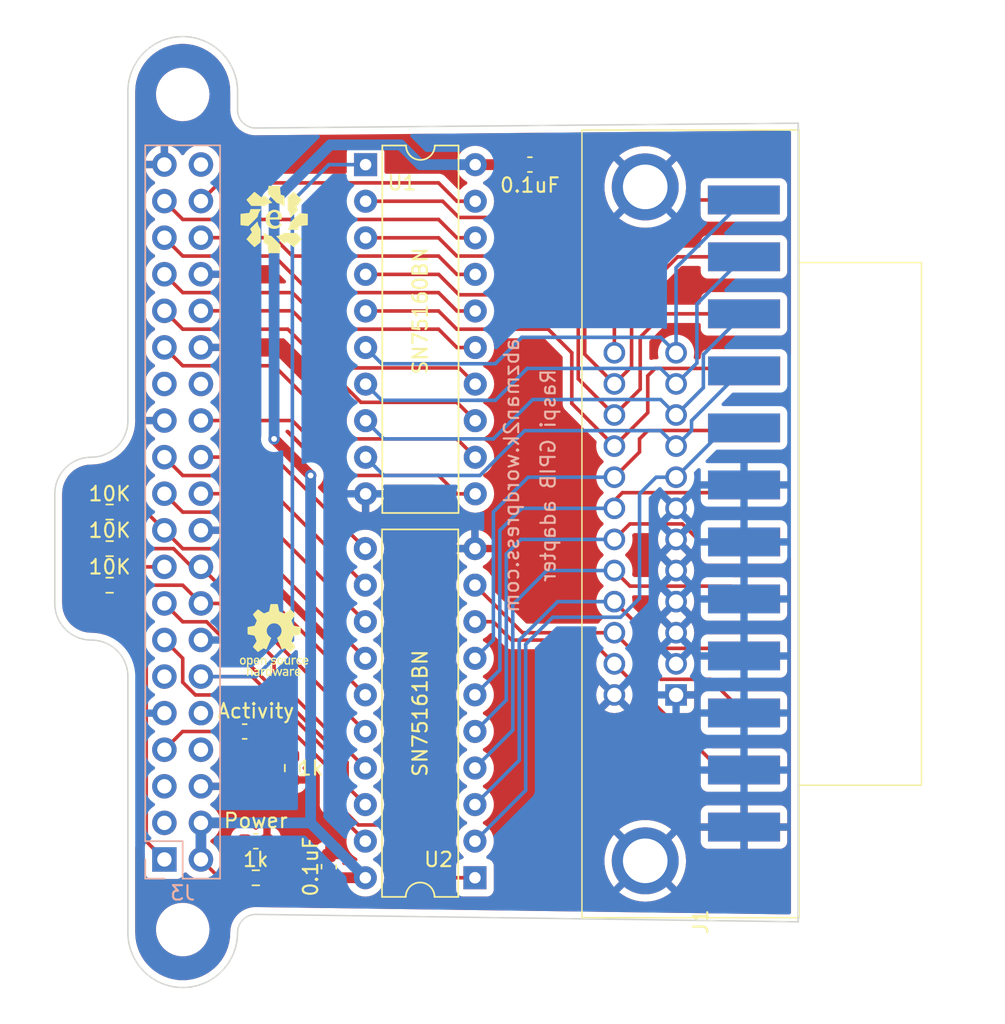
<source format=kicad_pcb>
(kicad_pcb (version 20211014) (generator pcbnew)
  (layers (0 "F.Cu" signal) (31 "B.Cu" signal) (34 "B.Paste" user) (35 "F.Paste" user) (36 "B.SilkS" user "B.Silkscreen") (37 "F.SilkS" user "F.Silkscreen") (38 "B.Mask" user) (39 "F.Mask" user) (44 "Edge.Cuts" user))
  (net 0 "")
  (net 1 "/DIO1")
  (net 2 "/DIO2")
  (net 3 "/DIO3")
  (net 4 "/DIO4")
  (net 5 "/EOI")
  (net 6 "/DAV")
  (net 7 "/NRFD")
  (net 8 "/NDAC")
  (net 9 "/IFC")
  (net 10 "/SRQ")
  (net 11 "/ATN")
  (net 12 "GND")
  (net 13 "/DIO5")
  (net 14 "/DIO6")
  (net 15 "/DIO7")
  (net 16 "/DIO8")
  (net 17 "/REN")
  (net 18 "+5V")
  (net 19 "Net-(D1-Pad1)")
  (net 20 "Net-(D1-Pad2)")
  (net 21 "/GPIO18")
  (net 22 "/GPIO08")
  (net 23 "/GPIO11")
  (net 24 "/GPIO25")
  (net 25 "/GPIO09")
  (net 26 "/GPIO10")
  (net 27 "/GPIO24")
  (net 28 "/GPIO23")
  (net 29 "/GPIO22")
  (net 30 "/GPIO27")
  (net 31 "+3V3")
  (net 37 "/GPIO07")
  (net 40 "/GPIO05")
  (net 41 "/GPIO06")
  (net 42 "/GPIO12")
  (net 43 "/GPIO13")
  (net 44 "/GPIO19")
  (net 45 "/GPIO16")
  (net 46 "/GPIO26")
  (net 47 "/GPIO20")
  (net 49 "Net-(D2-Pad2)")
  (footprint "Capacitor_SMD:C_0603_1608Metric" (layer "F.Cu") (at 223.52 71.12)
    (fp_text reference "C1" hide)
    (fp_text value "0.1uF" (at 0 1.43) (layer "F.SilkS"))
    (pad "1" smd roundrect locked (at -0.775 0) (size 0.9 0.95) (layers "F.Cu" "F.Paste" "F.Mask") (net 18 "+5V"))
    (pad "2" smd roundrect locked (at 0.775 0) (size 0.9 0.95) (layers "F.Cu" "F.Paste" "F.Mask") (net 12 "GND"))
  )
  (footprint "Resistor_SMD:R_0603_1608Metric" (layer "F.Cu") (at 207.01 113.03 -90)
    (fp_text reference "R4" hide)
    (fp_text value "1k" (at 0 -1.27 180) (layer "F.SilkS"))
    (pad "1" smd roundrect locked (at -0.825 0 270) (size 0.8 0.95) (layers "F.Cu" "F.Paste" "F.Mask") (net 19 "Net-(D1-Pad1)"))
    (pad "2" smd roundrect locked (at 0.825 0 270) (size 0.8 0.95) (layers "F.Cu" "F.Paste" "F.Mask") (net 12 "GND"))
  )
  (footprint "MountingHole:MountingHole_2.7mm_M2.5" (layer "F.Cu") (at 199.39 66.25)
    (fp_text reference "REF**" hide)
    (fp_text value "MountingHole_2.7mm_M2.5")
    (pad "" np_thru_hole circle locked (at 0 0) (size 2.7 2.7) (drill 2.7) (layers *.Cu *.Mask))
  )
  (footprint "Evan's misc parts:OSHW gear" (layer "F.Cu") (at 205.74 104.14)
    (fp_text reference "G***" hide)
    (fp_text value "LOGO" hide)
  )
  (footprint "Resistor_SMD:R_0603_1608Metric" (layer "F.Cu") (at 194.31 95.25)
    (fp_text reference "R3" hide)
    (fp_text value "10K" (at 0 -1.27) (layer "F.SilkS"))
    (pad "1" smd roundrect locked (at -0.825 0) (size 0.8 0.95) (layers "F.Cu" "F.Paste" "F.Mask") (net 31 "+3V3"))
    (pad "2" smd roundrect locked (at 0.825 0) (size 0.8 0.95) (layers "F.Cu" "F.Paste" "F.Mask") (net 26 "/GPIO10"))
  )
  (footprint "Resistor_SMD:R_0603_1608Metric" (layer "F.Cu") (at 204.47 120.65 180)
    (fp_text reference "R5" hide)
    (fp_text value "1k" (at 0 1.27) (layer "F.SilkS"))
    (pad "1" smd roundrect locked (at -0.825 0 180) (size 0.8 0.95) (layers "F.Cu" "F.Paste" "F.Mask") (net 49 "Net-(D2-Pad2)"))
    (pad "2" smd roundrect locked (at 0.825 0 180) (size 0.8 0.95) (layers "F.Cu" "F.Paste" "F.Mask") (net 18 "+5V"))
  )
  (footprint "Evan's misc parts:edge mounted 24 pin card edge connector (2x12 pin)" (layer "F.Cu") (at 235.8905 123.705 90)
    (fp_text reference "J1" (at 0 -0.5 90 unlocked) (layer "F.SilkS"))
    (fp_text value "2x12 card edge connector (lettered/numbered)")
    (fp_line (start 55.46 6.28) (end 0 6.28) (layer "Edge.Cuts") (width 0.12))
    (pad "1" smd rect (at 50.13 2.5 90) (size 2 5) (layers "F.Cu" "F.Paste" "F.Mask") (net 1 "/DIO1"))
    (pad "2" smd rect (at 46.18 2.51 90) (size 2 5) (layers "F.Cu" "F.Paste" "F.Mask") (net 2 "/DIO2"))
    (pad "3" smd rect (at 42.22 2.51 90) (size 2 5) (layers "F.Cu" "F.Paste" "F.Mask") (net 3 "/DIO3"))
    (pad "4" smd rect (at 38.26 2.52 90) (size 2 5) (layers "F.Cu" "F.Paste" "F.Mask") (net 4 "/DIO4"))
    (pad "5" smd rect (at 34.3 2.51 90) (size 2 5) (layers "F.Cu" "F.Paste" "F.Mask") (net 5 "/EOI"))
    (pad "6" smd rect (at 30.34 2.51 90) (size 2 5) (layers "F.Cu" "F.Paste" "F.Mask") (net 6 "/DAV"))
    (pad "7" smd rect (at 26.38 2.52 90) (size 2 5) (layers "F.Cu" "F.Paste" "F.Mask") (net 7 "/NRFD"))
    (pad "8" smd rect (at 22.42 2.51 90) (size 2 5) (layers "F.Cu" "F.Paste" "F.Mask") (net 8 "/NDAC"))
    (pad "9" smd rect (at 18.46 2.51 90) (size 2 5) (layers "F.Cu" "F.Paste" "F.Mask") (net 9 "/IFC"))
    (pad "10" smd rect (at 14.5 2.51 90) (size 2 5) (layers "F.Cu" "F.Paste" "F.Mask") (net 10 "/SRQ"))
    (pad "11" smd rect (at 10.54 2.51 90) (size 2 5) (layers "F.Cu" "F.Paste" "F.Mask") (net 11 "/ATN"))
    (pad "12" smd rect (at 6.58 2.51 90) (size 2 5) (layers "F.Cu" "F.Paste" "F.Mask") (net 12 "GND"))
    (pad "A" smd rect (at 50.13 2.5 90) (size 2 5) (layers "B.Cu" "B.Paste" "B.Mask") (net 13 "/DIO5"))
    (pad "B" smd rect (at 46.18 2.51 90) (size 2 5) (layers "B.Cu" "B.Paste" "B.Mask") (net 14 "/DIO6"))
    (pad "C" smd rect (at 42.22 2.51 90) (size 2 5) (layers "B.Cu" "B.Paste" "B.Mask") (net 15 "/DIO7"))
    (pad "D" smd rect (at 38.26 2.51 90) (size 2 5) (layers "B.Cu" "B.Paste" "B.Mask") (net 16 "/DIO8"))
    (pad "E" smd rect (at 34.3 2.51 90) (size 2 5) (layers "B.Cu" "B.Paste" "B.Mask") (net 17 "/REN"))
    (pad "F" smd rect (at 30.34 2.51 90) (size 2 5) (layers "B.Cu" "B.Paste" "B.Mask") (net 12 "GND"))
    (pad "H" smd rect (at 26.38 2.51 90) (size 2 5) (layers "B.Cu" "B.Paste" "B.Mask") (net 12 "GND"))
    (pad "J" smd rect (at 22.42 2.51 90) (size 2 5) (layers "B.Cu" "B.Paste" "B.Mask") (net 12 "GND"))
    (pad "K" smd rect (at 18.46 2.51 90) (size 2 5) (layers "B.Cu" "B.Paste" "B.Mask") (net 12 "GND"))
    (pad "L" smd rect (at 14.5 2.51 90) (size 2 5) (layers "B.Cu" "B.Paste" "B.Mask") (net 12 "GND"))
    (pad "M" smd rect (at 10.54 2.51 90) (size 2 5) (layers "B.Cu" "B.Paste" "B.Mask") (net 12 "GND"))
    (pad "N" smd rect (at 6.58 2.51 90) (size 2 5) (layers "B.Cu" "B.Paste" "B.Mask") (net 12 "GND"))
  )
  (footprint "Capacitor_SMD:C_0603_1608Metric" (layer "F.Cu") (at 209.55 119.875 90)
    (fp_text reference "C2" hide)
    (fp_text value "0.1uF" (at 0 -1.27 90) (layer "F.SilkS"))
    (pad "1" smd roundrect locked (at -0.775 0 90) (size 0.9 0.95) (layers "F.Cu" "F.Paste" "F.Mask") (net 18 "+5V"))
    (pad "2" smd roundrect locked (at 0.775 0 90) (size 0.9 0.95) (layers "F.Cu" "F.Paste" "F.Mask") (net 12 "GND"))
  )
  (footprint "Capacitor_SMD:C_0603_1608Metric" (layer "F.Cu") (at 203.695 110.49 180)
    (fp_text reference "D1" hide)
    (fp_text value "Activity" (at -0.775 1.43) (layer "F.SilkS"))
    (pad "1" smd roundrect locked (at -0.775 0 180) (size 0.9 0.95) (layers "F.Cu" "F.Paste" "F.Mask") (net 19 "Net-(D1-Pad1)"))
    (pad "2" smd roundrect locked (at 0.775 0 180) (size 0.9 0.95) (layers "F.Cu" "F.Paste" "F.Mask") (net 20 "Net-(D1-Pad2)"))
  )
  (footprint "Capacitor_SMD:C_0603_1608Metric" (layer "F.Cu") (at 204.47 118.11 180)
    (fp_text reference "D2" hide)
    (fp_text value "Power" (at 0 1.43) (layer "F.SilkS"))
    (pad "1" smd roundrect locked (at -0.775 0 180) (size 0.9 0.95) (layers "F.Cu" "F.Paste" "F.Mask") (net 12 "GND"))
    (pad "2" smd roundrect locked (at 0.775 0 180) (size 0.9 0.95) (layers "F.Cu" "F.Paste" "F.Mask") (net 49 "Net-(D2-Pad2)"))
  )
  (footprint "MountingHole:MountingHole_2.7mm_M2.5" (layer "F.Cu") (at 199.39 124.245)
    (fp_text reference "REF**" hide)
    (fp_text value "MountingHole_2.7mm_M2.5")
    (pad "" np_thru_hole circle locked (at 0 0) (size 2.7 2.7) (drill 2.7) (layers *.Cu *.Mask))
  )
  (footprint "Resistor_SMD:R_0603_1608Metric" (layer "F.Cu") (at 194.31 97.79)
    (fp_text reference "R2" hide)
    (fp_text value "10K" (at 0 -1.27) (layer "F.SilkS"))
    (pad "1" smd roundrect locked (at -0.825 0) (size 0.8 0.95) (layers "F.Cu" "F.Paste" "F.Mask") (net 31 "+3V3"))
    (pad "2" smd roundrect locked (at 0.825 0) (size 0.8 0.95) (layers "F.Cu" "F.Paste" "F.Mask") (net 27 "/GPIO24"))
  )
  (footprint "Package_DIP:DIP-20_W7.62mm" (layer "F.Cu") (at 219.7 120.645 180)
    (fp_text reference "U2" (at 2.53 1.265) (layer "F.SilkS"))
    (fp_text value "SN75161BN" (at 3.81 11.425 90) (layer "F.SilkS"))
    (pad "1" thru_hole rect locked (at 0 0 180) (size 1.6 1.6) (drill 0.8) (layers *.Cu *.Mask) (net 21 "/GPIO18"))
    (pad "2" thru_hole oval locked (at 0 2.54 180) (size 1.6 1.6) (drill 0.8) (layers *.Cu *.Mask) (net 17 "/REN"))
    (pad "3" thru_hole oval locked (at 0 5.08 180) (size 1.6 1.6) (drill 0.8) (layers *.Cu *.Mask) (net 9 "/IFC"))
    (pad "4" thru_hole oval locked (at 0 7.62 180) (size 1.6 1.6) (drill 0.8) (layers *.Cu *.Mask) (net 8 "/NDAC"))
    (pad "5" thru_hole oval locked (at 0 10.16 180) (size 1.6 1.6) (drill 0.8) (layers *.Cu *.Mask) (net 7 "/NRFD"))
    (pad "6" thru_hole oval locked (at 0 12.7 180) (size 1.6 1.6) (drill 0.8) (layers *.Cu *.Mask) (net 6 "/DAV"))
    (pad "7" thru_hole oval locked (at 0 15.24 180) (size 1.6 1.6) (drill 0.8) (layers *.Cu *.Mask) (net 5 "/EOI"))
    (pad "8" thru_hole oval locked (at 0 17.78 180) (size 1.6 1.6) (drill 0.8) (layers *.Cu *.Mask) (net 11 "/ATN"))
    (pad "9" thru_hole oval locked (at 0 20.32 180) (size 1.6 1.6) (drill 0.8) (layers *.Cu *.Mask) (net 10 "/SRQ"))
    (pad "10" thru_hole oval locked (at 0 22.86 180) (size 1.6 1.6) (drill 0.8) (layers *.Cu *.Mask) (net 12 "GND"))
    (pad "11" thru_hole oval locked (at 7.62 22.86 180) (size 1.6 1.6) (drill 0.8) (layers *.Cu *.Mask) (net 22 "/GPIO08"))
    (pad "12" thru_hole oval locked (at 7.62 20.32 180) (size 1.6 1.6) (drill 0.8) (layers *.Cu *.Mask) (net 23 "/GPIO11"))
    (pad "13" thru_hole oval locked (at 7.62 17.78 180) (size 1.6 1.6) (drill 0.8) (layers *.Cu *.Mask) (net 24 "/GPIO25"))
    (pad "14" thru_hole oval locked (at 7.62 15.24 180) (size 1.6 1.6) (drill 0.8) (layers *.Cu *.Mask) (net 25 "/GPIO09"))
    (pad "15" thru_hole oval locked (at 7.62 12.7 180) (size 1.6 1.6) (drill 0.8) (layers *.Cu *.Mask) (net 26 "/GPIO10"))
    (pad "16" thru_hole oval locked (at 7.62 10.16 180) (size 1.6 1.6) (drill 0.8) (layers *.Cu *.Mask) (net 27 "/GPIO24"))
    (pad "17" thru_hole oval locked (at 7.62 7.62 180) (size 1.6 1.6) (drill 0.8) (layers *.Cu *.Mask) (net 28 "/GPIO23"))
    (pad "18" thru_hole oval locked (at 7.62 5.08 180) (size 1.6 1.6) (drill 0.8) (layers *.Cu *.Mask) (net 29 "/GPIO22"))
    (pad "19" thru_hole oval locked (at 7.62 2.54 180) (size 1.6 1.6) (drill 0.8) (layers *.Cu *.Mask) (net 30 "/GPIO27"))
    (pad "20" thru_hole oval locked (at 7.62 0 180) (size 1.6 1.6) (drill 0.8) (layers *.Cu *.Mask) (net 18 "+5V"))
  )
  (footprint "Evan's misc parts:GPIB" (layer "F.Cu") (at 233.68 107.95 90)
    (fp_text reference "J2" hide)
    (fp_text value "112-024-113R001" hide)
    (pad "1" thru_hole circle (at 23.76 -4.29 90) (size 1.5 1.5) (drill 1) (layers *.Cu *.Mask) (net 1 "/DIO1"))
    (pad "2" thru_hole circle (at 21.6 -4.29 90) (size 1.5 1.5) (drill 1) (layers *.Cu *.Mask) (net 2 "/DIO2"))
    (pad "3" thru_hole circle (at 19.44 -4.29 90) (size 1.5 1.5) (drill 1) (layers *.Cu *.Mask) (net 3 "/DIO3"))
    (pad "4" thru_hole circle (at 17.28 -4.29 90) (size 1.5 1.5) (drill 1) (layers *.Cu *.Mask) (net 4 "/DIO4"))
    (pad "5" thru_hole circle (at 15.12 -4.29 90) (size 1.5 1.5) (drill 1) (layers *.Cu *.Mask) (net 5 "/EOI"))
    (pad "6" thru_hole circle (at 12.96 -4.29 90) (size 1.5 1.5) (drill 1) (layers *.Cu *.Mask) (net 6 "/DAV"))
    (pad "7" thru_hole circle (at 10.8 -4.29 90) (size 1.5 1.5) (drill 1) (layers *.Cu *.Mask) (net 7 "/NRFD"))
    (pad "8" thru_hole circle (at 8.64 -4.29 90) (size 1.5 1.5) (drill 1) (layers *.Cu *.Mask) (net 8 "/NDAC"))
    (pad "9" thru_hole circle (at 6.48 -4.29 90) (size 1.5 1.5) (drill 1) (layers *.Cu *.Mask) (net 9 "/IFC"))
    (pad "10" thru_hole circle (at 4.32 -4.29 90) (size 1.5 1.5) (drill 1) (layers *.Cu *.Mask) (net 10 "/SRQ"))
    (pad "11" thru_hole circle (at 2.16 -4.29 90) (size 1.5 1.5) (drill 1) (layers *.Cu *.Mask) (net 11 "/ATN"))
    (pad "12" thru_hole circle (at 0 -4.29 90) (size 1.5 1.5) (drill 1) (layers *.Cu *.Mask) (net 12 "GND"))
    (pad "13" thru_hole circle (at 23.76 0 90) (size 1.5 1.5) (drill 1) (layers *.Cu *.Mask) (net 13 "/DIO5"))
    (pad "14" thru_hole circle (at 21.6 0 90) (size 1.5 1.5) (drill 1) (layers *.Cu *.Mask) (net 14 "/DIO6"))
    (pad "15" thru_hole circle (at 19.44 0 90) (size 1.5 1.5) (drill 1) (layers *.Cu *.Mask) (net 15 "/DIO7"))
    (pad "16" thru_hole circle (at 17.28 0 90) (size 1.5 1.5) (drill 1) (layers *.Cu *.Mask) (net 16 "/DIO8"))
    (pad "17" thru_hole circle (at 15.12 0 90) (size 1.5 1.5) (drill 1) (layers *.Cu *.Mask) (net 17 "/REN"))
    (pad "18" thru_hole circle (at 12.96 0 90) (size 1.5 1.5) (drill 1) (layers *.Cu *.Mask) (net 12 "GND"))
    (pad "19" thru_hole circle (at 10.8 0 90) (size 1.5 1.5) (drill 1) (layers *.Cu *.Mask) (net 12 "GND"))
    (pad "20" thru_hole circle (at 8.64 0 90) (size 1.5 1.5) (drill 1) (layers *.Cu *.Mask) (net 12 "GND"))
    (pad "21" thru_hole circle (at 6.48 0 90) (size 1.5 1.5) (drill 1) (layers *.Cu *.Mask) (net 12 "GND"))
    (pad "22" thru_hole circle (at 4.32 0 90) (size 1.5 1.5) (drill 1) (layers *.Cu *.Mask) (net 12 "GND"))
    (pad "23" thru_hole circle (at 2.16 0 90) (size 1.5 1.5) (drill 1) (layers *.Cu *.Mask) (net 12 "GND"))
    (pad "24" thru_hole rect (at 0 0 90) (size 1.5 1.5) (drill 1) (layers *.Cu *.Mask) (net 12 "GND"))
    (pad "MH1" thru_hole circle (at -11.52 -2.145 90) (size 4.65 4.65) (drill 3.1) (layers *.Cu *.Mask) (net 12 "GND"))
    (pad "MH2" thru_hole circle (at 35.28 -2.145 90) (size 4.65 4.65) (drill 3.1) (layers *.Cu *.Mask) (net 12 "GND"))
  )
  (footprint "Package_DIP:DIP-20_W7.62mm" (layer "F.Cu") (at 212.1 71.125)
    (fp_text reference "U1" (at 2.53 1.265 180) (layer "F.SilkS"))
    (fp_text value "SN75160BN" (at 3.8 10.155 90) (layer "F.SilkS"))
    (pad "1" thru_hole rect locked (at 0 0) (size 1.6 1.6) (drill 0.8) (layers *.Cu *.Mask) (net 21 "/GPIO18"))
    (pad "2" thru_hole oval locked (at 0 2.54) (size 1.6 1.6) (drill 0.8) (layers *.Cu *.Mask) (net 1 "/DIO1"))
    (pad "3" thru_hole oval locked (at 0 5.08) (size 1.6 1.6) (drill 0.8) (layers *.Cu *.Mask) (net 2 "/DIO2"))
    (pad "4" thru_hole oval locked (at 0 7.62) (size 1.6 1.6) (drill 0.8) (layers *.Cu *.Mask) (net 3 "/DIO3"))
    (pad "5" thru_hole oval locked (at 0 10.16) (size 1.6 1.6) (drill 0.8) (layers *.Cu *.Mask) (net 4 "/DIO4"))
    (pad "6" thru_hole oval locked (at 0 12.7) (size 1.6 1.6) (drill 0.8) (layers *.Cu *.Mask) (net 13 "/DIO5"))
    (pad "7" thru_hole oval locked (at 0 15.24) (size 1.6 1.6) (drill 0.8) (layers *.Cu *.Mask) (net 14 "/DIO6"))
    (pad "8" thru_hole oval locked (at 0 17.78) (size 1.6 1.6) (drill 0.8) (layers *.Cu *.Mask) (net 15 "/DIO7"))
    (pad "9" thru_hole oval locked (at 0 20.32) (size 1.6 1.6) (drill 0.8) (layers *.Cu *.Mask) (net 16 "/DIO8"))
    (pad "10" thru_hole oval locked (at 0 22.86) (size 1.6 1.6) (drill 0.8) (layers *.Cu *.Mask) (net 12 "GND"))
    (pad "11" thru_hole oval locked (at 7.62 22.86) (size 1.6 1.6) (drill 0.8) (layers *.Cu *.Mask) (net 37 "/GPIO07"))
    (pad "12" thru_hole oval locked (at 7.62 20.32) (size 1.6 1.6) (drill 0.8) (layers *.Cu *.Mask) (net 40 "/GPIO05"))
    (pad "13" thru_hole oval locked (at 7.62 17.78) (size 1.6 1.6) (drill 0.8) (layers *.Cu *.Mask) (net 41 "/GPIO06"))
    (pad "14" thru_hole oval locked (at 7.62 15.24) (size 1.6 1.6) (drill 0.8) (layers *.Cu *.Mask) (net 42 "/GPIO12"))
    (pad "15" thru_hole oval locked (at 7.62 12.7) (size 1.6 1.6) (drill 0.8) (layers *.Cu *.Mask) (net 43 "/GPIO13"))
    (pad "16" thru_hole oval locked (at 7.62 10.16) (size 1.6 1.6) (drill 0.8) (layers *.Cu *.Mask) (net 44 "/GPIO19"))
    (pad "17" thru_hole oval locked (at 7.62 7.62) (size 1.6 1.6) (drill 0.8) (layers *.Cu *.Mask) (net 45 "/GPIO16"))
    (pad "18" thru_hole oval locked (at 7.62 5.08) (size 1.6 1.6) (drill 0.8) (layers *.Cu *.Mask) (net 46 "/GPIO26"))
    (pad "19" thru_hole oval locked (at 7.62 2.54) (size 1.6 1.6) (drill 0.8) (layers *.Cu *.Mask) (net 47 "/GPIO20"))
    (pad "20" thru_hole oval locked (at 7.62 0) (size 1.6 1.6) (drill 0.8) (layers *.Cu *.Mask) (net 18 "+5V"))
  )
  (footprint "Evan's misc parts:Evan Logo" (layer "F.Cu") (at 205.74 74.93)
    (fp_text reference "G***" hide)
    (fp_text value "LOGO" hide)
  )
  (footprint "Resistor_SMD:R_0603_1608Metric" (layer "F.Cu") (at 194.31 100.33)
    (fp_text reference "R1" hide)
    (fp_text value "10K" (at 0 -1.27) (layer "F.SilkS"))
    (pad "1" smd roundrect locked (at -0.825 0) (size 0.8 0.95) (layers "F.Cu" "F.Paste" "F.Mask") (net 31 "+3V3"))
    (pad "2" smd roundrect locked (at 0.825 0) (size 0.8 0.95) (layers "F.Cu" "F.Paste" "F.Mask") (net 28 "/GPIO23"))
  )
  (footprint "Connector_PinHeader_2.54mm:PinHeader_2x20_P2.54mm_Vertical" (layer "B.Cu") (at 198.115 119.375)
    (fp_text reference "J3" (at 1.27 2.33) (layer "B.SilkS") (effects (justify mirror)))
    (fp_text value "Raspberry_Pi_2_3")
    (pad "1" thru_hole rect locked (at 0 0) (size 1.7 1.7) (drill 1) (layers *.Cu *.Mask) (net 31 "+3V3"))
    (pad "2" thru_hole oval locked (at 2.54 0) (size 1.7 1.7) (drill 1) (layers *.Cu *.Mask) (net 18 "+5V"))
    (pad "3" thru_hole oval locked (at 0 -2.54) (size 1.7 1.7) (drill 1) (layers *.Cu *.Mask))
    (pad "4" thru_hole oval locked (at 2.54 -2.54) (size 1.7 1.7) (drill 1) (layers *.Cu *.Mask) (net 18 "+5V"))
    (pad "5" thru_hole oval locked (at 0 -5.08) (size 1.7 1.7) (drill 1) (layers *.Cu *.Mask))
    (pad "6" thru_hole oval locked (at 2.54 -5.08) (size 1.7 1.7) (drill 1) (layers *.Cu *.Mask) (net 12 "GND"))
    (pad "7" thru_hole oval locked (at 0 -7.62) (size 1.7 1.7) (drill 1) (layers *.Cu *.Mask) (net 20 "Net-(D1-Pad2)"))
    (pad "8" thru_hole oval locked (at 2.54 -7.62) (size 1.7 1.7) (drill 1) (layers *.Cu *.Mask))
    (pad "9" thru_hole oval locked (at 0 -10.16) (size 1.7 1.7) (drill 1) (layers *.Cu *.Mask) (net 12 "GND"))
    (pad "10" thru_hole oval locked (at 2.54 -10.16) (size 1.7 1.7) (drill 1) (layers *.Cu *.Mask))
    (pad "11" thru_hole oval locked (at 0 -12.7) (size 1.7 1.7) (drill 1) (layers *.Cu *.Mask))
    (pad "12" thru_hole oval locked (at 2.54 -12.7) (size 1.7 1.7) (drill 1) (layers *.Cu *.Mask) (net 21 "/GPIO18"))
    (pad "13" thru_hole oval locked (at 0 -15.24) (size 1.7 1.7) (drill 1) (layers *.Cu *.Mask) (net 30 "/GPIO27"))
    (pad "14" thru_hole oval locked (at 2.54 -15.24) (size 1.7 1.7) (drill 1) (layers *.Cu *.Mask) (net 12 "GND"))
    (pad "15" thru_hole oval locked (at 0 -17.78) (size 1.7 1.7) (drill 1) (layers *.Cu *.Mask) (net 29 "/GPIO22"))
    (pad "16" thru_hole oval locked (at 2.54 -17.78) (size 1.7 1.7) (drill 1) (layers *.Cu *.Mask) (net 28 "/GPIO23"))
    (pad "17" thru_hole oval locked (at 0 -20.32) (size 1.7 1.7) (drill 1) (layers *.Cu *.Mask) (net 31 "+3V3"))
    (pad "18" thru_hole oval locked (at 2.54 -20.32) (size 1.7 1.7) (drill 1) (layers *.Cu *.Mask) (net 27 "/GPIO24"))
    (pad "19" thru_hole oval locked (at 0 -22.86) (size 1.7 1.7) (drill 1) (layers *.Cu *.Mask) (net 26 "/GPIO10"))
    (pad "20" thru_hole oval locked (at 2.54 -22.86) (size 1.7 1.7) (drill 1) (layers *.Cu *.Mask) (net 12 "GND"))
    (pad "21" thru_hole oval locked (at 0 -25.4) (size 1.7 1.7) (drill 1) (layers *.Cu *.Mask) (net 25 "/GPIO09"))
    (pad "22" thru_hole oval locked (at 2.54 -25.4) (size 1.7 1.7) (drill 1) (layers *.Cu *.Mask) (net 24 "/GPIO25"))
    (pad "23" thru_hole oval locked (at 0 -27.94) (size 1.7 1.7) (drill 1) (layers *.Cu *.Mask) (net 23 "/GPIO11"))
    (pad "24" thru_hole oval locked (at 2.54 -27.94) (size 1.7 1.7) (drill 1) (layers *.Cu *.Mask) (net 22 "/GPIO08"))
    (pad "25" thru_hole oval locked (at 0 -30.48) (size 1.7 1.7) (drill 1) (layers *.Cu *.Mask) (net 12 "GND"))
    (pad "26" thru_hole oval locked (at 2.54 -30.48) (size 1.7 1.7) (drill 1) (layers *.Cu *.Mask) (net 37 "/GPIO07"))
    (pad "27" thru_hole oval locked (at 0 -33.02) (size 1.7 1.7) (drill 1) (layers *.Cu *.Mask))
    (pad "28" thru_hole oval locked (at 2.54 -33.02) (size 1.7 1.7) (drill 1) (layers *.Cu *.Mask))
    (pad "29" thru_hole oval locked (at 0 -35.56) (size 1.7 1.7) (drill 1) (layers *.Cu *.Mask) (net 40 "/GPIO05"))
    (pad "30" thru_hole oval locked (at 2.54 -35.56) (size 1.7 1.7) (drill 1) (layers *.Cu *.Mask) (net 12 "GND"))
    (pad "31" thru_hole oval locked (at 0 -38.1) (size 1.7 1.7) (drill 1) (layers *.Cu *.Mask) (net 41 "/GPIO06"))
    (pad "32" thru_hole oval locked (at 2.54 -38.1) (size 1.7 1.7) (drill 1) (layers *.Cu *.Mask) (net 42 "/GPIO12"))
    (pad "33" thru_hole oval locked (at 0 -40.64) (size 1.7 1.7) (drill 1) (layers *.Cu *.Mask) (net 43 "/GPIO13"))
    (pad "34" thru_hole oval locked (at 2.54 -40.64) (size 1.7 1.7) (drill 1) (layers *.Cu *.Mask) (net 12 "GND"))
    (pad "35" thru_hole oval locked (at 0 -43.18) (size 1.7 1.7) (drill 1) (layers *.Cu *.Mask) (net 44 "/GPIO19"))
    (pad "36" thru_hole oval locked (at 2.54 -43.18) (size 1.7 1.7) (drill 1) (layers *.Cu *.Mask) (net 45 "/GPIO16"))
    (pad "37" thru_hole oval locked (at 0 -45.72) (size 1.7 1.7) (drill 1) (layers *.Cu *.Mask) (net 46 "/GPIO26"))
    (pad "38" thru_hole oval locked (at 2.54 -45.72) (size 1.7 1.7) (drill 1) (layers *.Cu *.Mask) (net 47 "/GPIO20"))
    (pad "39" thru_hole oval locked (at 0 -48.26) (size 1.7 1.7) (drill 1) (layers *.Cu *.Mask) (net 12 "GND"))
    (pad "40" thru_hole oval locked (at 2.54 -48.26) (size 1.7 1.7) (drill 1) (layers *.Cu *.Mask))
  )
  (gr_line (start 204.47 68.58) (end 242.1705 68.245) (layer "Edge.Cuts") (width 0.1))
  (gr_arc (start 203.2 124.46) (mid 199.39 128.27) (end 195.58 124.46) (layer "Edge.Cuts") (width 0.1))
  (gr_arc (start 195.58 88.9) (mid 194.836051 90.696051) (end 193.04 91.44) (layer "Edge.Cuts") (width 0.1))
  (gr_arc (start 204.47 68.58) (mid 203.571974 68.208026) (end 203.2 67.31) (layer "Edge.Cuts") (width 0.1))
  (gr_arc (start 193.04 104.14) (mid 194.836051 104.883949) (end 195.58 106.68) (layer "Edge.Cuts") (width 0.1))
  (gr_arc (start 195.58 66.04) (mid 199.39 62.23) (end 203.2 66.04) (layer "Edge.Cuts") (width 0.1))
  (gr_line (start 195.58 124.46) (end 195.58 106.68) (layer "Edge.Cuts") (width 0.1))
  (gr_line (start 203.2 66.04) (end 203.2 67.31) (layer "Edge.Cuts") (width 0.1))
  (gr_arc (start 190.5 93.98) (mid 191.243949 92.183949) (end 193.04 91.44) (layer "Edge.Cuts") (width 0.1))
  (gr_arc (start 203.2 124.46) (mid 203.571974 123.561974) (end 204.47 123.19) (layer "Edge.Cuts") (width 0.1))
  (gr_arc (start 193.04 104.14) (mid 191.243949 103.396051) (end 190.5 101.6) (layer "Edge.Cuts") (width 0.1))
  (gr_line (start 204.47 123.19) (end 242.1705 123.705) (layer "Edge.Cuts") (width 0.1))
  (gr_line (start 195.58 66.04) (end 195.58 88.9) (layer "Edge.Cuts") (width 0.1))
  (gr_line (start 190.5 93.98) (end 190.5 101.6) (layer "Edge.Cuts") (width 0.1))
  (gr_text "Raspi GPIB adapter" (at 224.79 92.71 90) (layer "B.SilkS") (effects (font (size 1 1)) (justify mirror)))
  (gr_text "abzman2k.wordpress.com" (at 222.25 92.71 90) (layer "B.SilkS") (effects (font (size 1 1)) (justify mirror)))
  (segment (start 217.455978 73.665) (end 218.580489 74.789511) (width 0.25) (layer "F.Cu") (net 1))
  (segment (start 229.39 76.99) (end 231.62 76.99) (width 0.25) (layer "F.Cu") (net 1))
  (segment (start 227.189511 74.789511) (end 218.580489 74.789511) (width 0.25) (layer "F.Cu") (net 1))
  (segment (start 212.1 73.665) (end 217.455978 73.665) (width 0.25) (layer "F.Cu") (net 1))
  (segment (start 229.39 84.19) (end 229.39 76.99) (width 0.25) (layer "F.Cu") (net 1))
  (segment (start 227.189511 74.789511) (end 229.39 76.99) (width 0.25) (layer "F.Cu") (net 1))
  (segment (start 231.62 76.99) (end 235.035 73.575) (width 0.25) (layer "F.Cu") (net 1))
  (segment (start 235.035 73.575) (end 238.3905 73.575) (width 0.25) (layer "F.Cu") (net 1))
  (segment (start 238.4005 77.525) (end 233.78835 77.525) (width 0.25) (layer "F.Cu") (net 2))
  (segment (start 230.586675 85.153325) (end 229.39 86.35) (width 0.25) (layer "F.Cu") (net 2))
  (segment (start 218.44 77.47) (end 224.79 77.47) (width 0.25) (layer "F.Cu") (net 2))
  (segment (start 227.33 80.01) (end 227.33 84.29) (width 0.25) (layer "F.Cu") (net 2))
  (segment (start 230.586675 80.726675) (end 230.586675 85.153325) (width 0.25) (layer "F.Cu") (net 2))
  (segment (start 212.1 76.205) (end 217.175 76.205) (width 0.25) (layer "F.Cu") (net 2))
  (segment (start 233.78835 77.525) (end 230.586675 80.726675) (width 0.25) (layer "F.Cu") (net 2))
  (segment (start 217.175 76.205) (end 218.44 77.47) (width 0.25) (layer "F.Cu") (net 2))
  (segment (start 227.33 84.29) (end 229.39 86.35) (width 0.25) (layer "F.Cu") (net 2))
  (segment (start 224.79 77.47) (end 227.33 80.01) (width 0.25) (layer "F.Cu") (net 2))
  (segment (start 218.590489 80.160489) (end 224.940489 80.160489) (width 0.25) (layer "F.Cu") (net 3))
  (segment (start 217.175 78.745) (end 218.590489 80.160489) (width 0.25) (layer "F.Cu") (net 3))
  (segment (start 226.88048 86.00048) (end 229.39 88.51) (width 0.25) (layer "F.Cu") (net 3))
  (segment (start 212.1 78.745) (end 217.175 78.745) (width 0.25) (layer "F.Cu") (net 3))
  (segment (start 231.186195 83.103325) (end 231.186195 86.713805) (width 0.25) (layer "F.Cu") (net 3))
  (segment (start 231.186195 86.713805) (end 229.39 88.51) (width 0.25) (layer "F.Cu") (net 3))
  (segment (start 238.4005 81.485) (end 232.80452 81.485) (width 0.25) (layer "F.Cu") (net 3))
  (segment (start 232.80452 81.485) (end 231.186195 83.103325) (width 0.25) (layer "F.Cu") (net 3))
  (segment (start 226.88048 82.10048) (end 226.88048 86.00048) (width 0.25) (layer "F.Cu") (net 3))
  (segment (start 224.940489 80.160489) (end 226.88048 82.10048) (width 0.25) (layer "F.Cu") (net 3))
  (segment (start 218.44 82.55) (end 224.79 82.55) (width 0.25) (layer "F.Cu") (net 4))
  (segment (start 217.175 81.285) (end 218.44 82.55) (width 0.25) (layer "F.Cu") (net 4))
  (segment (start 226.43096 87.71096) (end 226.43096 84.19096) (width 0.25) (layer "F.Cu") (net 4))
  (segment (start 238.240989 85.275489) (end 232.224511 85.275489) (width 0.25) (layer "F.Cu") (net 4))
  (segment (start 231.710715 88.349285) (end 229.39 90.67) (width 0.25) (layer "F.Cu") (net 4))
  (segment (start 212.1 81.285) (end 217.175 81.285) (width 0.25) (layer "F.Cu") (net 4))
  (segment (start 231.710715 85.789285) (end 231.710715 88.349285) (width 0.25) (layer "F.Cu") (net 4))
  (segment (start 232.224511 85.275489) (end 231.710715 85.789285) (width 0.25) (layer "F.Cu") (net 4))
  (segment (start 226.43096 84.19096) (end 224.79 82.55) (width 0.25) (layer "F.Cu") (net 4))
  (segment (start 238.4105 85.445) (end 238.240989 85.275489) (width 0.25) (layer "F.Cu") (net 4))
  (segment (start 226.43096 87.71096) (end 229.39 90.67) (width 0.25) (layer "F.Cu") (net 4))
  (segment (start 231.824511 89.584511) (end 238.220989 89.584511) (width 0.25) (layer "F.Cu") (net 5))
  (segment (start 238.220989 89.584511) (end 238.4005 89.405) (width 0.25) (layer "F.Cu") (net 5))
  (segment (start 231.14 91.08) (end 231.14 90.17) (width 0.25) (layer "F.Cu") (net 5))
  (segment (start 231.725489 89.584511) (end 231.824511 89.584511) (width 0.25) (layer "F.Cu") (net 5))
  (segment (start 231.14 90.17) (end 231.725489 89.584511) (width 0.25) (layer "F.Cu") (net 5))
  (segment (start 229.39 92.83) (end 231.14 91.08) (width 0.25) (layer "F.Cu") (net 5))
  (segment (start 220.98 104.125) (end 220.98 95.25) (width 0.25) (layer "B.Cu") (net 5))
  (segment (start 223.4 92.83) (end 229.39 92.83) (width 0.25) (layer "B.Cu") (net 5))
  (segment (start 219.7 105.405) (end 220.98 104.125) (width 0.25) (layer "B.Cu") (net 5))
  (segment (start 220.98 95.25) (end 223.4 92.83) (width 0.25) (layer "B.Cu") (net 5))
  (segment (start 237.860989 93.904511) (end 229.945489 93.904511) (width 0.25) (layer "F.Cu") (net 6))
  (segment (start 229.39 94.46) (end 229.39 94.99) (width 0.25) (layer "F.Cu") (net 6))
  (segment (start 229.945489 93.904511) (end 229.39 94.46) (width 0.25) (layer "F.Cu") (net 6))
  (segment (start 238.4005 93.365) (end 237.860989 93.904511) (width 0.25) (layer "F.Cu") (net 6))
  (segment (start 221.42952 106.21548) (end 219.7 107.945) (width 0.25) (layer "B.Cu") (net 6))
  (segment (start 221.42952 96.52) (end 221.42952 106.21548) (width 0.25) (layer "B.Cu") (net 6))
  (segment (start 222.95952 94.99) (end 229.39 94.99) (width 0.25) (layer "B.Cu") (net 6))
  (segment (start 222.95952 94.99) (end 221.42952 96.52) (width 0.25) (layer "B.Cu") (net 6))
  (segment (start 238.4105 97.325) (end 235.374589 97.325) (width 0.25) (layer "F.Cu") (net 7))
  (segment (start 230.464511 96.075489) (end 229.39 97.15) (width 0.25) (layer "F.Cu") (net 7))
  (segment (start 234.125078 96.075489) (end 230.464511 96.075489) (width 0.25) (layer "F.Cu") (net 7))
  (segment (start 235.374589 97.325) (end 234.125078 96.075489) (width 0.25) (layer "F.Cu") (net 7))
  (segment (start 221.87904 98.16096) (end 221.87904 108.30596) (width 0.25) (layer "B.Cu") (net 7))
  (segment (start 222.89 97.15) (end 221.87904 98.16096) (width 0.25) (layer "B.Cu") (net 7))
  (segment (start 221.87904 108.30596) (end 219.7 110.485) (width 0.25) (layer "B.Cu") (net 7))
  (segment (start 229.39 97.15) (end 222.89 97.15) (width 0.25) (layer "B.Cu") (net 7))
  (segment (start 237.510989 100.395489) (end 230.475489 100.395489) (width 0.25) (layer "F.Cu") (net 8))
  (segment (start 238.4005 101.285) (end 237.510989 100.395489) (width 0.25) (layer "F.Cu") (net 8))
  (segment (start 230.475489 100.395489) (end 229.39 99.31) (width 0.25) (layer "F.Cu") (net 8))
  (segment (start 229.39 99.31) (end 224.69712 99.31) (width 0.25) (layer "B.Cu") (net 8))
  (segment (start 224.69712 99.31) (end 222.32856 101.67856) (width 0.25) (layer "B.Cu") (net 8))
  (segment (start 222.32856 110.39644) (end 219.7 113.025) (width 0.25) (layer "B.Cu") (net 8))
  (segment (start 222.32856 101.67856) (end 222.32856 110.39644) (width 0.25) (layer "B.Cu") (net 8))
  (segment (start 232.635489 104.715489) (end 229.39 101.47) (width 0.25) (layer "F.Cu") (net 9))
  (segment (start 237.870989 104.715489) (end 232.635489 104.715489) (width 0.25) (layer "F.Cu") (net 9))
  (segment (start 238.4005 105.245) (end 237.870989 104.715489) (width 0.25) (layer "F.Cu") (net 9))
  (segment (start 222.77808 112.48692) (end 219.7 115.565) (width 0.25) (layer "B.Cu") (net 9))
  (segment (start 222.77808 104.14) (end 222.77808 112.48692) (width 0.25) (layer "B.Cu") (net 9))
  (segment (start 225.44808 101.47) (end 229.39 101.47) (width 0.25) (layer "B.Cu") (net 9))
  (segment (start 225.44808 101.47) (end 222.77808 104.14) (width 0.25) (layer "B.Cu") (net 9))
  (segment (start 223.005 103.63) (end 219.7 100.325) (width 0.25) (layer "F.Cu") (net 10))
  (segment (start 232.624511 106.864511) (end 229.39 103.63) (width 0.25) (layer "F.Cu") (net 10))
  (segment (start 229.39 103.63) (end 223.005 103.63) (width 0.25) (layer "F.Cu") (net 10))
  (segment (start 238.4005 109.205) (end 236.060011 106.864511) (width 0.25) (layer "F.Cu") (net 10))
  (segment (start 236.060011 106.864511) (end 232.624511 106.864511) (width 0.25) (layer "F.Cu") (net 10))
  (segment (start 227.74 104.14) (end 222.25 104.14) (width 0.25) (layer "F.Cu") (net 11))
  (segment (start 220.975 102.865) (end 219.7 102.865) (width 0.25) (layer "F.Cu") (net 11))
  (segment (start 236.765 113.165) (end 229.39 105.79) (width 0.25) (layer "F.Cu") (net 11))
  (segment (start 238.4005 113.165) (end 236.765 113.165) (width 0.25) (layer "F.Cu") (net 11))
  (segment (start 222.25 104.14) (end 220.975 102.865) (width 0.25) (layer "F.Cu") (net 11))
  (segment (start 229.39 105.79) (end 227.74 104.14) (width 0.25) (layer "F.Cu") (net 11))
  (segment (start 220.185789 84.949511) (end 213.224511 84.949511) (width 0.25) (layer "B.Cu") (net 13))
  (segment (start 220.185789 84.949511) (end 221.120489 84.949511) (width 0.25) (layer "B.Cu") (net 13))
  (segment (start 221.120489 84.949511) (end 222.954511 83.115489) (width 0.25) (layer "B.Cu") (net 13))
  (segment (start 233.68 84.19) (end 232.605489 83.115489) (width 0.25) (layer "B.Cu") (net 13))
  (segment (start 238.3905 73.575) (end 233.68 78.2855) (width 0.25) (layer "B.Cu") (net 13))
  (segment (start 233.68 78.2855) (end 233.68 84.19) (width 0.25) (layer "B.Cu") (net 13))
  (segment (start 213.224511 84.949511) (end 212.1 83.825) (width 0.25) (layer "B.Cu") (net 13))
  (segment (start 232.605489 83.115489) (end 222.954511 83.115489) (width 0.25) (layer "B.Cu") (net 13))
  (segment (start 220.221467 87.489511) (end 219.850489 87.489511) (width 0.25) (layer "B.Cu") (net 14))
  (segment (start 235.126469 84.903531) (end 233.68 86.35) (width 0.25) (layer "B.Cu") (net 14))
  (segment (start 233.68 86.35) (end 232.605489 85.275489) (width 0.25) (layer "B.Cu") (net 14))
  (segment (start 238.4005 77.525) (end 235.126469 80.799031) (width 0.25) (layer "B.Cu") (net 14))
  (segment (start 213.224511 87.489511) (end 212.1 86.365) (width 0.25) (layer "B.Cu") (net 14))
  (segment (start 235.126469 80.799031) (end 235.126469 84.903531) (width 0.25) (layer "B.Cu") (net 14))
  (segment (start 221.120489 87.489511) (end 223.334511 85.275489) (width 0.25) (layer "B.Cu") (net 14))
  (segment (start 219.850489 87.489511) (end 213.224511 87.489511) (width 0.25) (layer "B.Cu") (net 14))
  (segment (start 219.850489 87.489511) (end 221.120489 87.489511) (width 0.25) (layer "B.Cu") (net 14))
  (segment (start 232.605489 85.275489) (end 223.334511 85.275489) (width 0.25) (layer "B.Cu") (net 14))
  (segment (start 235.575989 86.614011) (end 233.68 88.51) (width 0.25) (layer "B.Cu") (net 15))
  (segment (start 220.98 90.17) (end 223.714511 87.435489) (width 0.25) (layer "B.Cu") (net 15))
  (segment (start 223.714511 87.435489) (end 232.605489 87.435489) (width 0.25) (layer "B.Cu") (net 15))
  (segment (start 220.0453 90.17) (end 220.98 90.17) (width 0.25) (layer "B.Cu") (net 15))
  (segment (start 235.575989 84.309511) (end 235.575989 86.614011) (width 0.25) (layer "B.Cu") (net 15))
  (segment (start 213.365 90.17) (end 220.0453 90.17) (width 0.25) (layer "B.Cu") (net 15))
  (segment (start 238.4005 81.485) (end 235.575989 84.309511) (width 0.25) (layer "B.Cu") (net 15))
  (segment (start 212.1 88.905) (end 213.365 90.17) (width 0.25) (layer "B.Cu") (net 15))
  (segment (start 232.605489 87.435489) (end 233.68 88.51) (width 0.25) (layer "B.Cu") (net 15))
  (segment (start 233.68 90.67) (end 232.605489 89.595489) (width 0.25) (layer "B.Cu") (net 16))
  (segment (start 234.754511 89.595489) (end 233.68 90.67) (width 0.25) (layer "B.Cu") (net 16))
  (segment (start 220.0453 92.71) (end 223.159811 89.595489) (width 0.25) (layer "B.Cu") (net 16))
  (segment (start 220.0453 92.71) (end 213.365 92.71) (width 0.25) (layer "B.Cu") (net 16))
  (segment (start 238.4005 85.445) (end 238.211478 85.445) (width 0.25) (layer "B.Cu") (net 16))
  (segment (start 213.365 92.71) (end 212.1 91.445) (width 0.25) (layer "B.Cu") (net 16))
  (segment (start 234.754511 88.901967) (end 234.754511 89.595489) (width 0.25) (layer "B.Cu") (net 16))
  (segment (start 238.211478 85.445) (end 234.754511 88.901967) (width 0.25) (layer "B.Cu") (net 16))
  (segment (start 232.605489 89.595489) (end 224.215489 89.595489) (width 0.25) (layer "B.Cu") (net 16))
  (segment (start 223.159811 89.595489) (end 224.215489 89.595489) (width 0.25) (layer "B.Cu") (net 16))
  (segment (start 231.14 93.98) (end 231.14 101.239589) (width 0.25) (layer "B.Cu") (net 17))
  (segment (start 225.104511 102.555489) (end 223.2276 104.4324) (width 0.25) (layer "B.Cu") (net 17))
  (segment (start 233.68 92.83) (end 232.29 92.83) (width 0.25) (layer "B.Cu") (net 17))
  (segment (start 238.4005 89.405) (end 237.105 89.405) (width 0.25) (layer "B.Cu") (net 17))
  (segment (start 223.2276 104.4324) (end 223.2276 114.5774) (width 0.25) (layer "B.Cu") (net 17))
  (segment (start 231.14 101.239589) (end 229.8241 102.555489) (width 0.25) (layer "B.Cu") (net 17))
  (segment (start 223.2276 114.5774) (end 219.7 118.105) (width 0.25) (layer "B.Cu") (net 17))
  (segment (start 237.105 89.405) (end 233.68 92.83) (width 0.25) (layer "B.Cu") (net 17))
  (segment (start 232.29 92.83) (end 231.14 93.98) (width 0.25) (layer "B.Cu") (net 17))
  (segment (start 229.8241 102.555489) (end 225.104511 102.555489) (width 0.25) (layer "B.Cu") (net 17))
  (segment (start 212.08 120.645) (end 209.555 120.645) (width 0.75) (layer "F.Cu") (net 18))
  (segment (start 205.74 90.17) (end 208.28 92.71) (width 0.75) (layer "F.Cu") (net 18))
  (segment (start 201.93 120.65) (end 200.655 119.375) (width 0.25) (layer "F.Cu") (net 18))
  (segment (start 222.74 71.125) (end 222.745 71.12) (width 0.75) (layer "F.Cu") (net 18))
  (segment (start 209.555 120.645) (end 209.55 120.65) (width 0.75) (layer "F.Cu") (net 18))
  (segment (start 219.72 71.125) (end 222.74 71.125) (width 0.75) (layer "F.Cu") (net 18))
  (segment (start 203.645 120.65) (end 201.93 120.65) (width 0.25) (layer "F.Cu") (net 18))
  (via (at 208.28 92.71) (size 0.8) (drill 0.4) (layers "F.Cu" "B.Cu") (net 18))
  (via (at 205.74 90.17) (size 0.8) (drill 0.4) (layers "F.Cu" "B.Cu") (net 18))
  (segment (start 219.72 71.125) (end 217.175 71.125) (width 0.75) (layer "B.Cu") (net 18))
  (segment (start 205.74 73.66) (end 205.74 90.17) (width 0.75) (layer "B.Cu") (net 18))
  (segment (start 208.28 116.845) (end 208.27 116.835) (width 0.75) (layer "B.Cu") (net 18))
  (segment (start 209.649511 69.750489) (end 205.74 73.66) (width 0.75) (layer "B.Cu") (net 18))
  (segment (start 200.655 116.835) (end 200.655 119.375) (width 0.75) (layer "B.Cu") (net 18))
  (segment (start 208.28 116.845) (end 212.08 120.645) (width 0.75) (layer "B.Cu") (net 18))
  (segment (start 215.905 71.125) (end 214.530489 69.750489) (width 0.75) (layer "B.Cu") (net 18))
  (segment (start 208.27 116.835) (end 200.655 116.835) (width 0.75) (layer "B.Cu") (net 18))
  (segment (start 214.530489 69.750489) (end 209.649511 69.750489) (width 0.75) (layer "B.Cu") (net 18))
  (segment (start 208.28 92.71) (end 208.28 116.845) (width 0.75) (layer "B.Cu") (net 18))
  (segment (start 217.175 71.125) (end 215.905 71.125) (width 0.75) (layer "B.Cu") (net 18))
  (segment (start 207.01 112.205) (end 205.295 110.49) (width 0.25) (layer "F.Cu") (net 19))
  (segment (start 205.295 110.49) (end 204.47 110.49) (width 0.25) (layer "F.Cu") (net 19))
  (segment (start 202.92 110.49) (end 199.38 110.49) (width 0.25) (layer "F.Cu") (net 20))
  (segment (start 199.38 110.49) (end 198.115 111.755) (width 0.25) (layer "F.Cu") (net 20))
  (segment (start 211.591207 116.980489) (end 213.500489 116.980489) (width 0.25) (layer "F.Cu") (net 21))
  (segment (start 201.285718 106.675) (end 200.655 106.675) (width 0.25) (layer "F.Cu") (net 21))
  (segment (start 200.655 106.675) (end 204.220292 106.675) (width 0.25) (layer "F.Cu") (net 21))
  (segment (start 210.36798 112.822688) (end 210.36798 115.757262) (width 0.25) (layer "F.Cu") (net 21))
  (segment (start 213.500489 116.980489) (end 217.165 120.645) (width 0.25) (layer "F.Cu") (net 21))
  (segment (start 217.165 120.645) (end 219.7 120.645) (width 0.25) (layer "F.Cu") (net 21))
  (segment (start 210.36798 115.757262) (end 211.591207 116.980489) (width 0.25) (layer "F.Cu") (net 21))
  (segment (start 204.220292 106.675) (end 210.36798 112.822688) (width 0.25) (layer "F.Cu") (net 21))
  (segment (start 212.1 71.125) (end 209.545 71.125) (width 0.25) (layer "B.Cu") (net 21))
  (segment (start 207.01 73.66) (end 207.01 104.14) (width 0.25) (layer "B.Cu") (net 21))
  (segment (start 207.01 104.14) (end 204.475 106.675) (width 0.25) (layer "B.Cu") (net 21))
  (segment (start 204.475 106.675) (end 200.655 106.675) (width 0.25) (layer "B.Cu") (net 21))
  (segment (start 209.545 71.125) (end 207.01 73.66) (width 0.25) (layer "B.Cu") (net 21))
  (segment (start 205.73 91.435) (end 200.655 91.435) (width 0.25) (layer "F.Cu") (net 22))
  (segment (start 212.08 97.785) (end 205.73 91.435) (width 0.25) (layer "F.Cu") (net 22))
  (segment (start 212.08 100.325) (end 204.47 92.715) (width 0.25) (layer "F.Cu") (net 23))
  (segment (start 199.395 92.715) (end 198.115 91.435) (width 0.25) (layer "F.Cu") (net 23))
  (segment (start 204.47 92.715) (end 199.395 92.715) (width 0.25) (layer "F.Cu") (net 23))
  (segment (start 212.08 102.865) (end 203.19 93.975) (width 0.25) (layer "F.Cu") (net 24))
  (segment (start 203.19 93.975) (end 200.655 93.975) (width 0.25) (layer "F.Cu") (net 24))
  (segment (start 199.395 95.255) (end 198.115 93.975) (width 0.25) (layer "F.Cu") (net 25))
  (segment (start 201.93 95.255) (end 199.395 95.255) (width 0.25) (layer "F.Cu") (net 25))
  (segment (start 212.08 105.405) (end 201.93 95.255) (width 0.25) (layer "F.Cu") (net 25))
  (segment (start 198.115 96.515) (end 196.85 95.25) (width 0.25) (layer "F.Cu") (net 26))
  (segment (start 196.85 95.25) (end 195.135 95.25) (width 0.25) (layer "F.Cu") (net 26))
  (segment (start 201.93 97.795) (end 199.395 97.795) (width 0.25) (layer "F.Cu") (net 26))
  (segment (start 199.395 97.795) (end 198.115 96.515) (width 0.25) (layer "F.Cu") (net 26))
  (segment (start 212.08 107.945) (end 201.93 97.795) (width 0.25) (layer "F.Cu") (net 26))
  (segment (start 198.754282 97.79) (end 195.135 97.79) (width 0.25) (layer "F.Cu") (net 27))
  (segment (start 200.655 99.06) (end 200.655 99.055) (width 0.25) (layer "F.Cu") (net 27))
  (segment (start 200.019282 99.055) (end 198.754282 97.79) (width 0.25) (layer "F.Cu") (net 27))
  (segment (start 200.655 99.055) (end 200.019282 99.055) (width 0.25) (layer "F.Cu") (net 27))
  (segment (start 212.08 110.485) (end 200.655 99.06) (width 0.25) (layer "F.Cu") (net 27))
  (segment (start 200.655 101.595) (end 201.925 101.595) (width 0.25) (layer "F.Cu") (net 28))
  (segment (start 201.925 101.595) (end 205.74 105.41) (width 0.25) (layer "F.Cu") (net 28))
  (segment (start 208.28 109.22) (end 205.74 106.68) (width 0.25) (layer "F.Cu") (net 28))
  (segment (start 200.655 101.595) (end 199.39 100.33) (width 0.25) (layer "F.Cu") (net 28))
  (segment (start 208.28 109.225) (end 208.28 109.22) (width 0.25) (layer "F.Cu") (net 28))
  (segment (start 212.08 113.025) (end 208.28 109.225) (width 0.25) (layer "F.Cu") (net 28))
  (segment (start 199.39 100.33) (end 195.135 100.33) (width 0.25) (layer "F.Cu") (net 28))
  (segment (start 205.74 105.41) (end 205.74 106.68) (width 0.25) (layer "F.Cu") (net 28))
  (segment (start 201.05101 102.87) (end 210.8175 112.63649) (width 0.25) (layer "F.Cu") (net 29))
  (segment (start 198.115 101.595) (end 199.39 102.87) (width 0.25) (layer "F.Cu") (net 29))
  (segment (start 210.8175 114.3025) (end 212.08 115.565) (width 0.25) (layer "F.Cu") (net 29))
  (segment (start 199.39 102.87) (end 201.05101 102.87) (width 0.25) (layer "F.Cu") (net 29))
  (segment (start 210.8175 112.63649) (end 210.8175 114.3025) (width 0.25) (layer "F.Cu") (net 29))
  (segment (start 199.39 105.41) (end 199.39 107.07101) (width 0.25) (layer "F.Cu") (net 30))
  (segment (start 209.55 115.57) (end 209.5475 115.5725) (width 0.25) (layer "F.Cu") (net 30))
  (segment (start 209.5475 115.5725) (end 212.08 118.105) (width 0.25) (layer "F.Cu") (net 30))
  (segment (start 198.115 104.135) (end 199.39 105.41) (width 0.25) (layer "F.Cu") (net 30))
  (segment (start 199.39 107.07101) (end 200.26899 107.95) (width 0.25) (layer "F.Cu") (net 30))
  (segment (start 209.55 113.03) (end 209.55 115.57) (width 0.25) (layer "F.Cu") (net 30))
  (segment (start 200.26899 107.95) (end 204.47 107.95) (width 0.25) (layer "F.Cu") (net 30))
  (segment (start 204.47 107.95) (end 209.55 113.03) (width 0.25) (layer "F.Cu") (net 30))
  (segment (start 196.85 105.41) (end 193.485 102.045) (width 0.25) (layer "F.Cu") (net 31))
  (segment (start 193.485 102.045) (end 193.485 100.33) (width 0.25) (layer "F.Cu") (net 31))
  (segment (start 198.115 99.055) (end 194.75 99.055) (width 0.25) (layer "F.Cu") (net 31))
  (segment (start 198.115 119.375) (end 196.85 118.11) (width 0.25) (layer "F.Cu") (net 31))
  (segment (start 194.75 99.055) (end 193.485 97.79) (width 0.25) (layer "F.Cu") (net 31))
  (segment (start 196.85 118.11) (end 196.85 105.41) (width 0.25) (layer "F.Cu") (net 31))
  (segment (start 193.485 97.79) (end 193.485 95.25) (width 0.25) (layer "F.Cu") (net 31))
  (segment (start 193.485 97.79) (end 193.485 100.33) (width 0.25) (layer "F.Cu") (net 31))
  (segment (start 207.005 88.895) (end 200.655 88.895) (width 0.25) (layer "F.Cu") (net 37))
  (segment (start 218.445 93.985) (end 217.17 92.71) (width 0.25) (layer "F.Cu") (net 37))
  (segment (start 219.72 93.985) (end 218.445 93.985) (width 0.25) (layer "F.Cu") (net 37))
  (segment (start 217.17 92.71) (end 210.82 92.71) (width 0.25) (layer "F.Cu") (net 37))
  (segment (start 210.82 92.71) (end 207.005 88.895) (width 0.25) (layer "F.Cu") (net 37))
  (segment (start 219.72 91.445) (end 218.445 90.17) (width 0.25) (layer "F.Cu") (net 40))
  (segment (start 210.82 90.17) (end 205.74 85.09) (width 0.25) (layer "F.Cu") (net 40))
  (segment (start 218.445 90.17) (end 210.82 90.17) (width 0.25) (layer "F.Cu") (net 40))
  (segment (start 205.74 85.09) (end 199.39 85.09) (width 0.25) (layer "F.Cu") (net 40))
  (segment (start 199.39 85.09) (end 198.115 83.815) (width 0.25) (layer "F.Cu") (net 40))
  (segment (start 211.7747 87.63) (end 206.6947 82.55) (width 0.25) (layer "F.Cu") (net 41))
  (segment (start 199.39 82.55) (end 198.115 81.275) (width 0.25) (layer "F.Cu") (net 41))
  (segment (start 206.6947 82.55) (end 199.39 82.55) (width 0.25) (layer "F.Cu") (net 41))
  (segment (start 219.72 88.905) (end 218.445 87.63) (width 0.25) (layer "F.Cu") (net 41))
  (segment (start 218.445 87.63) (end 211.7747 87.63) (width 0.25) (layer "F.Cu") (net 41))
  (segment (start 210.970489 85.240489) (end 218.595489 85.240489) (width 0.25) (layer "F.Cu") (net 42))
  (segment (start 200.655 81.275) (end 207.005 81.275) (width 0.25) (layer "F.Cu") (net 42))
  (segment (start 207.005 81.275) (end 210.970489 85.240489) (width 0.25) (layer "F.Cu") (net 42))
  (segment (start 218.595489 85.240489) (end 219.72 86.365) (width 0.25) (layer "F.Cu") (net 42))
  (segment (start 199.39 80.01) (end 198.115 78.735) (width 0.25) (layer "F.Cu") (net 43))
  (segment (start 209.55 82.55) (end 207.01 80.01) (width 0.25) (layer "F.Cu") (net 43))
  (segment (start 219.72 83.825) (end 218.445 83.825) (width 0.25) (layer "F.Cu") (net 43))
  (segment (start 217.17 82.55) (end 209.55 82.55) (width 0.25) (layer "F.Cu") (net 43))
  (segment (start 218.445 83.825) (end 217.17 82.55) (width 0.25) (layer "F.Cu") (net 43))
  (segment (start 207.01 80.01) (end 199.39 80.01) (width 0.25) (layer "F.Cu") (net 43))
  (segment (start 199.39 77.47) (end 198.115 76.195) (width 0.25) (layer "F.Cu") (net 44))
  (segment (start 219.72 81.285) (end 218.445 81.285) (width 0.25) (layer "F.Cu") (net 44))
  (segment (start 205.74 77.47) (end 199.39 77.47) (width 0.25) (layer "F.Cu") (net 44))
  (segment (start 217.17 80.01) (end 208.28 80.01) (width 0.25) (layer "F.Cu") (net 44))
  (segment (start 218.445 81.285) (end 217.17 80.01) (width 0.25) (layer "F.Cu") (net 44))
  (segment (start 208.28 80.01) (end 205.74 77.47) (width 0.25) (layer "F.Cu") (net 44))
  (segment (start 205.735 76.195) (end 200.655 76.195) (width 0.25) (layer "F.Cu") (net 45))
  (segment (start 217.17 77.47) (end 207.01 77.47) (width 0.25) (layer "F.Cu") (net 45))
  (segment (start 218.445 78.745) (end 217.17 77.47) (width 0.25) (layer "F.Cu") (net 45))
  (segment (start 219.72 78.745) (end 218.445 78.745) (width 0.25) (layer "F.Cu") (net 45))
  (segment (start 207.01 77.47) (end 205.735 76.195) (width 0.25) (layer "F.Cu") (net 45))
  (segment (start 217.17 74.93) (end 199.39 74.93) (width 0.25) (layer "F.Cu") (net 46))
  (segment (start 199.39 74.93) (end 198.115 73.655) (width 0.25) (layer "F.Cu") (net 46))
  (segment (start 219.72 76.205) (end 218.445 76.205) (width 0.25) (layer "F.Cu") (net 46))
  (segment (start 218.445 76.205) (end 217.17 74.93) (width 0.25) (layer "F.Cu") (net 46))
  (segment (start 201.92 72.39) (end 200.655 73.655) (width 0.25) (layer "F.Cu") (net 47))
  (segment (start 217.17 72.39) (end 201.92 72.39) (width 0.25) (layer "F.Cu") (net 47))
  (segment (start 219.72 73.665) (end 218.445 73.665) (width 0.25) (layer "F.Cu") (net 47))
  (segment (start 218.445 73.665) (end 217.17 72.39) (width 0.25) (layer "F.Cu") (net 47))
  (segment (start 203.695 119.05) (end 203.695 118.11) (width 0.25) (layer "F.Cu") (net 49))
  (segment (start 205.295 120.65) (end 203.695 119.05) (width 0.25) (layer "F.Cu") (net 49))
  (zone (net 12) (net_name "GND") (layer "F.Cu") (connect_pads (clearance 0.508)) (min_thickness 0.254) (fill yes (thermal_gap 0.508) (thermal_bridge_width 0.508))
    (polygon (pts (xy 254 127) (xy 186.69 130.81) (xy 187.96 60.96) (xy 255.27 62.23)))
  )
  (zone (net 12) (net_name "GND") (layer "B.Cu") (connect_pads (clearance 0.508)) (min_thickness 0.254) (fill yes (thermal_gap 0.508) (thermal_bridge_width 0.508))
    (polygon (pts (xy 256.54 129.54) (xy 189.23 130.81) (xy 189.23 59.69) (xy 255.27 62.23)))
  )
)
</source>
